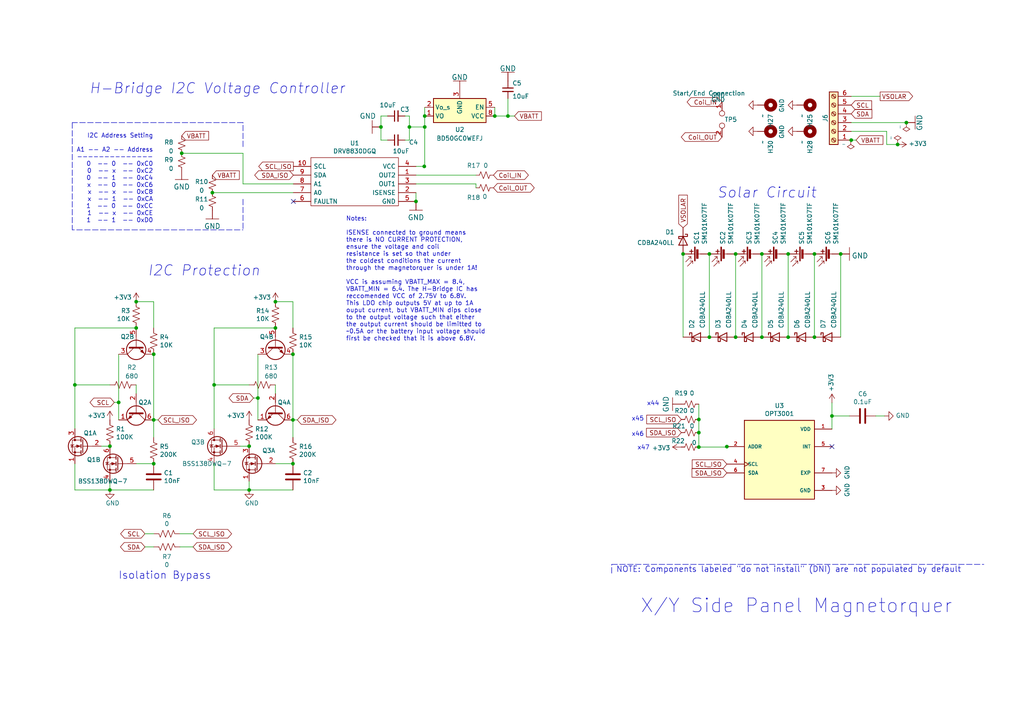
<source format=kicad_sch>
(kicad_sch (version 20211123) (generator eeschema)
  (paper "A4")
  (lib_symbols
    (symbol "Connector:Screw_Terminal_01x06" (pin_names (offset 1.016) hide)
      (property "Reference" "J" (at 0 7.62 0))
      (property "Value" "Screw_Terminal_01x06" (at 0 -10.16 0))
      (symbol "Screw_Terminal_01x06_1_1"
        (rectangle (start -1.27 6.35) (end 1.27 -8.89) (stroke (width 0.254)) (fill (type background)))
        (circle (center 0 -7.62) (radius 0.635) (stroke (width 0.1524)))
        (circle (center 0 -5.08) (radius 0.635) (stroke (width 0.1524)))
        (circle (center 0 -2.54) (radius 0.635) (stroke (width 0.1524)))
        (polyline (pts (xy -0.5334 -7.2898) (xy 0.3302 -8.128)) (stroke (width 0.1524)))
        (polyline (pts (xy -0.5334 -4.7498) (xy 0.3302 -5.588)) (stroke (width 0.1524)))
        (polyline (pts (xy -0.5334 -2.2098) (xy 0.3302 -3.048)) (stroke (width 0.1524)))
        (polyline (pts (xy -0.5334 0.3302) (xy 0.3302 -0.508)) (stroke (width 0.1524)))
        (polyline (pts (xy -0.5334 2.8702) (xy 0.3302 2.032)) (stroke (width 0.1524)))
        (polyline (pts (xy -0.5334 5.4102) (xy 0.3302 4.572)) (stroke (width 0.1524)))
        (polyline (pts (xy -0.3556 -7.112) (xy 0.508 -7.9502)) (stroke (width 0.1524)))
        (polyline (pts (xy -0.3556 -4.572) (xy 0.508 -5.4102)) (stroke (width 0.1524)))
        (polyline (pts (xy -0.3556 -2.032) (xy 0.508 -2.8702)) (stroke (width 0.1524)))
        (polyline (pts (xy -0.3556 0.508) (xy 0.508 -0.3302)) (stroke (width 0.1524)))
        (polyline (pts (xy -0.3556 3.048) (xy 0.508 2.2098)) (stroke (width 0.1524)))
        (polyline (pts (xy -0.3556 5.588) (xy 0.508 4.7498)) (stroke (width 0.1524)))
        (circle (center 0 0) (radius 0.635) (stroke (width 0.1524)))
        (circle (center 0 2.54) (radius 0.635) (stroke (width 0.1524)))
        (circle (center 0 5.08) (radius 0.635) (stroke (width 0.1524)))
        (pin passive line (at -5.08 5.08 0) (length 3.81) (name "Pin_1") (number "1"))
        (pin passive line (at -5.08 2.54 0) (length 3.81) (name "Pin_2") (number "2"))
        (pin passive line (at -5.08 0 0) (length 3.81) (name "Pin_3") (number "3"))
        (pin passive line (at -5.08 -2.54 0) (length 3.81) (name "Pin_4") (number "4"))
        (pin passive line (at -5.08 -5.08 0) (length 3.81) (name "Pin_5") (number "5"))
        (pin passive line (at -5.08 -7.62 0) (length 3.81) (name "Pin_6") (number "6"))
      )
    )
    (symbol "Connector:TestPoint_2Pole" (pin_names (offset 0.762) hide)
      (property "Reference" "TP" (at 0 1.524 0))
      (property "Value" "TestPoint_2Pole" (at 0 -1.778 0))
      (symbol "TestPoint_2Pole_0_1"
        (circle (center -1.778 0) (radius 0.762))
        (circle (center 1.778 0) (radius 0.762))
        (pin passive line (at -5.08 0 0) (length 2.54) (name "1") (number "1"))
        (pin passive line (at 5.08 0 180) (length 2.54) (name "2") (number "2"))
      )
    )
    (symbol "Device:C" (pin_numbers hide) (pin_names (offset 0.254))
      (property "Reference" "C" (at 0.635 2.54 0))
      (property "Value" "C" (at 0.635 -2.54 0))
      (symbol "C_0_1"
        (polyline (pts (xy -2.032 -0.762) (xy 2.032 -0.762)) (stroke (width 0.508)))
        (polyline (pts (xy -2.032 0.762) (xy 2.032 0.762)) (stroke (width 0.508)))
      )
      (symbol "C_1_1"
        (pin passive line (at 0 3.81 270) (length 2.794) (name "~") (number "1"))
        (pin passive line (at 0 -3.81 90) (length 2.794) (name "~") (number "2"))
      )
    )
    (symbol "Device:C_Small" (pin_numbers hide) (pin_names (offset 0.254) hide)
      (property "Reference" "C" (at 0.254 1.778 0))
      (property "Value" "C_Small" (at 0.254 -2.032 0))
      (symbol "C_Small_0_1"
        (polyline (pts (xy -1.524 -0.508) (xy 1.524 -0.508)) (stroke (width 0.3302)))
        (polyline (pts (xy -1.524 0.508) (xy 1.524 0.508)) (stroke (width 0.3048)))
      )
      (symbol "C_Small_1_1"
        (pin passive line (at 0 2.54 270) (length 2.032) (name "~") (number "1"))
        (pin passive line (at 0 -2.54 90) (length 2.032) (name "~") (number "2"))
      )
    )
    (symbol "Device:D_Schottky" (pin_numbers hide) (pin_names (offset 1.016) hide)
      (property "Reference" "D" (at 0 2.54 0))
      (property "Value" "D_Schottky" (at 0 -2.54 0))
      (symbol "D_Schottky_0_1"
        (polyline (pts (xy 1.27 0) (xy -1.27 0)))
        (polyline (pts (xy 1.27 1.27) (xy 1.27 -1.27) (xy -1.27 0) (xy 1.27 1.27)) (stroke (width 0.254)))
        (polyline (pts (xy -1.905 0.635) (xy -1.905 1.27) (xy -1.27 1.27) (xy -1.27 -1.27) (xy -0.635 -1.27) (xy -0.635 -0.635)) (stroke (width 0.254)))
      )
      (symbol "D_Schottky_1_1"
        (pin passive line (at -3.81 0 0) (length 2.54) (name "K") (number "1"))
        (pin passive line (at 3.81 0 180) (length 2.54) (name "A") (number "2"))
      )
    )
    (symbol "Device:R_Small_US" (pin_numbers hide) (pin_names (offset 0.254) hide)
      (property "Reference" "R" (at 0.762 0.508 0))
      (property "Value" "R_Small_US" (at 0.762 -1.016 0))
      (symbol "R_Small_US_1_1"
        (polyline (pts (xy 0 0) (xy 1.016 -0.381) (xy 0 -0.762) (xy -1.016 -1.143) (xy 0 -1.524)))
        (polyline (pts (xy 0 1.524) (xy 1.016 1.143) (xy 0 0.762) (xy -1.016 0.381) (xy 0 0)))
        (pin passive line (at 0 2.54 270) (length 1.016) (name "~") (number "1"))
        (pin passive line (at 0 -2.54 90) (length 1.016) (name "~") (number "2"))
      )
    )
    (symbol "Device:R_US" (pin_numbers hide) (pin_names (offset 0))
      (property "Reference" "R" (at 2.54 0 90))
      (property "Value" "R_US" (at -2.54 0 90))
      (symbol "R_US_0_1"
        (polyline (pts (xy 0 -2.286) (xy 0 -2.54)))
        (polyline (pts (xy 0 2.286) (xy 0 2.54)))
        (polyline (pts (xy 0 -0.762) (xy 1.016 -1.143) (xy 0 -1.524) (xy -1.016 -1.905) (xy 0 -2.286)))
        (polyline (pts (xy 0 0.762) (xy 1.016 0.381) (xy 0 0) (xy -1.016 -0.381) (xy 0 -0.762)))
        (polyline (pts (xy 0 2.286) (xy 1.016 1.905) (xy 0 1.524) (xy -1.016 1.143) (xy 0 0.762)))
      )
      (symbol "R_US_1_1"
        (pin passive line (at 0 3.81 270) (length 1.27) (name "~") (number "1"))
        (pin passive line (at 0 -3.81 90) (length 1.27) (name "~") (number "2"))
      )
    )
    (symbol "Device:Solar_Cell" (pin_numbers hide) (pin_names (offset 0) hide)
      (property "Reference" "SC" (at 2.54 2.54 0))
      (property "Value" "Solar_Cell" (at 2.54 0 0))
      (symbol "Solar_Cell_0_1"
        (rectangle (start -2.032 1.778) (end 2.032 1.524) (fill (type outline)))
        (rectangle (start -1.3208 1.1938) (end 1.27 0.6858) (fill (type outline)))
        (polyline (pts (xy -2.032 2.286) (xy -3.556 3.81)))
        (polyline (pts (xy -0.762 2.794) (xy -2.286 4.318)))
        (polyline (pts (xy 0 0.762) (xy 0 0)))
        (polyline (pts (xy 0 1.778) (xy 0 2.54)))
        (polyline (pts (xy 0.254 2.667) (xy 1.27 2.667)) (stroke (width 0.254)))
        (polyline (pts (xy 0.762 3.175) (xy 0.762 2.159)) (stroke (width 0.254)))
        (polyline (pts (xy -2.032 3.048) (xy -2.032 2.286) (xy -2.794 2.286)))
        (polyline (pts (xy -0.762 3.556) (xy -0.762 2.794) (xy -1.524 2.794)))
      )
      (symbol "Solar_Cell_1_1"
        (pin passive line (at 0 5.08 270) (length 2.54) (name "+") (number "1"))
        (pin passive line (at 0 -2.54 90) (length 2.54) (name "-") (number "2"))
      )
    )
    (symbol "Mechanical:MountingHole_Pad" (pin_numbers hide) (pin_names (offset 1.016) hide)
      (property "Reference" "H" (at 0 6.35 0))
      (property "Value" "MountingHole_Pad" (at 0 4.445 0))
      (symbol "MountingHole_Pad_0_1"
        (circle (center 0 1.27) (radius 1.27) (stroke (width 1.27)))
      )
      (symbol "MountingHole_Pad_1_1"
        (pin input line (at 0 -2.54 90) (length 2.54) (name "1") (number "1"))
      )
    )
    (symbol "Regulator_Linear:BD60GA5WEFJ"
      (property "Reference" "U" (at 0 6.35 0))
      (property "Value" "BD60GA5WEFJ" (at 0 3.81 0))
      (symbol "BD60GA5WEFJ_1_1"
        (rectangle (start -7.62 -5.08) (end 7.62 1.905) (stroke (width 0.254)) (fill (type background)))
        (pin power_out line (at 10.16 0 180) (length 2.54) (name "VO") (number "1"))
        (pin input line (at 10.16 -2.54 180) (length 2.54) (name "Vo_s") (number "2"))
        (pin power_in line (at 0 -7.62 90) (length 2.54) (name "GND") (number "3"))
        (pin passive line (at 0 -7.62 90) (length 2.54) hide (name "GND") (number "4"))
        (pin input line (at -10.16 -2.54 0) (length 2.54) (name "EN") (number "5"))
        (pin passive line (at 0 -7.62 90) (length 2.54) hide (name "GND") (number "6"))
        (pin passive line (at 0 -7.62 90) (length 2.54) hide (name "GND") (number "7"))
        (pin power_in line (at -10.16 0 0) (length 2.54) (name "VCC") (number "8"))
        (pin passive line (at 0 -7.62 90) (length 2.54) hide (name "GND") (number "9"))
      )
    )
    (symbol "Transistor_BJT:MBT2222ADW1T1" (pin_names (offset 0) hide)
      (property "Reference" "Q" (at 5.08 1.27 0))
      (property "Value" "MBT2222ADW1T1" (at 5.08 -1.27 0))
      (symbol "MBT2222ADW1T1_0_1"
        (polyline (pts (xy 0.635 0) (xy -2.54 0)))
        (polyline (pts (xy 0.635 0.635) (xy 2.54 2.54)))
        (polyline (pts (xy 0.635 -0.635) (xy 2.54 -2.54) (xy 2.54 -2.54)))
        (polyline (pts (xy 0.635 1.905) (xy 0.635 -1.905) (xy 0.635 -1.905)) (stroke (width 0.508)))
        (polyline (pts (xy 1.27 -1.778) (xy 1.778 -1.27) (xy 2.286 -2.286) (xy 1.27 -1.778) (xy 1.27 -1.778)) (fill (type outline)))
        (circle (center 1.27 0) (radius 2.8194) (stroke (width 0.254)))
      )
      (symbol "MBT2222ADW1T1_1_1"
        (pin passive line (at 2.54 -5.08 90) (length 2.54) (name "E1") (number "1"))
        (pin input line (at -5.08 0 0) (length 2.54) (name "B1") (number "2"))
        (pin passive line (at 2.54 5.08 270) (length 2.54) (name "C1") (number "6"))
      )
      (symbol "MBT2222ADW1T1_2_1"
        (pin passive line (at 2.54 5.08 270) (length 2.54) (name "C2") (number "3"))
        (pin passive line (at 2.54 -5.08 90) (length 2.54) (name "E2") (number "4"))
        (pin input line (at -5.08 0 0) (length 2.54) (name "B2") (number "5"))
      )
    )
    (symbol "mainboard:GND" (power) (pin_names (offset 1.016))
      (property "Value" "GND" (at -2.54 -2.54 0))
      (symbol "GND_1_0"
        (polyline (pts (xy -1.905 0) (xy 1.905 0)))
        (pin power_in line (at 0 2.54 270) (length 2.54) (name "GND") (number "1"))
      )
    )
    (symbol "power:+3.3V" (power) (pin_names (offset 0))
      (property "Value" "+3.3V" (at 0 3.556 0))
      (symbol "+3.3V_0_1"
        (polyline (pts (xy -0.762 1.27) (xy 0 2.54)))
        (polyline (pts (xy 0 0) (xy 0 2.54)))
        (polyline (pts (xy 0 2.54) (xy 0.762 1.27)))
      )
      (symbol "+3.3V_1_1"
        (pin power_in line (at 0 0 90) (length 0) hide (name "+3V3") (number "1"))
      )
    )
    (symbol "power:GND" (power) (pin_names (offset 0))
      (property "Value" "GND" (at 0 -3.81 0))
      (symbol "GND_0_1"
        (polyline (pts (xy 0 0) (xy 0 -1.27) (xy 1.27 -1.27) (xy 0 -2.54) (xy -1.27 -1.27) (xy 0 -1.27)))
      )
      (symbol "GND_1_1"
        (pin power_in line (at 0 0 270) (length 0) hide (name "GND") (number "1"))
      )
    )
    (symbol "power:PWR_FLAG" (power) (pin_numbers hide) (pin_names (offset 0) hide)
      (property "Value" "PWR_FLAG" (at 0 3.81 0))
      (symbol "PWR_FLAG_0_0"
        (pin power_out line (at 0 0 90) (length 0) (name "pwr") (number "1"))
      )
      (symbol "PWR_FLAG_0_1"
        (polyline (pts (xy 0 0) (xy 0 1.27) (xy -1.016 1.905) (xy 0 2.54) (xy 1.016 1.905) (xy 0 1.27)))
      )
    )
    (symbol "solar-panel-side-X-minus-rescue:OPT3001DNPT-sapling" (pin_names (offset 1.016))
      (property "Reference" "U" (at -10.16 13.97 0))
      (property "Value" "OPT3001DNPT-sapling" (at -6.35 -12.7 0))
      (symbol "OPT3001DNPT-sapling_0_0"
        (rectangle (start -10.16 -10.16) (end 10.16 12.7) (stroke (width 0.254)) (fill (type background)))
        (pin power_in line (at 15.24 10.16 180) (length 5.08) (name "VDD") (number "1"))
        (pin input line (at -15.24 5.08 0) (length 5.08) (name "ADDR") (number "2"))
        (pin power_in line (at 15.24 -7.62 180) (length 5.08) (name "GND") (number "3"))
        (pin input clock (at -15.24 0 0) (length 5.08) (name "SCL") (number "4"))
        (pin output line (at 15.24 5.08 180) (length 5.08) (name "INT") (number "5"))
        (pin bidirectional line (at -15.24 -2.54 0) (length 5.08) (name "SDA") (number "6"))
        (pin passive line (at 15.24 -2.54 180) (length 5.08) (name "EXP") (number "7"))
      )
    )
    (symbol "xpanel-rescue:BSS138DWQ-7-symbols" (pin_names (offset 0.762) hide)
      (property "Reference" "Q" (at -2.54 5.08 0))
      (property "Value" "BSS138DWQ-7-symbols" (at 3.81 6.35 0))
      (symbol "BSS138DWQ-7-symbols_1_1"
        (polyline (pts (xy -1.016 0) (xy -3.81 0)))
        (polyline (pts (xy -1.016 1.905) (xy -1.016 -1.905)) (stroke (width 0.254)))
        (polyline (pts (xy -0.508 -1.27) (xy -0.508 -2.286)) (stroke (width 0.254)))
        (polyline (pts (xy -0.508 0.508) (xy -0.508 -0.508)) (stroke (width 0.254)))
        (polyline (pts (xy -0.508 2.286) (xy -0.508 1.27)) (stroke (width 0.254)))
        (polyline (pts (xy 1.27 2.54) (xy 1.27 1.778)))
        (polyline (pts (xy 1.27 -2.54) (xy 1.27 0) (xy -0.508 0)))
        (polyline (pts (xy -0.508 -1.778) (xy 2.032 -1.778) (xy 2.032 1.778) (xy -0.508 1.778)))
        (polyline (pts (xy -0.254 0) (xy 0.762 0.381) (xy 0.762 -0.381) (xy -0.254 0)) (fill (type outline)))
        (polyline (pts (xy 1.524 0.508) (xy 1.651 0.381) (xy 2.413 0.381) (xy 2.54 0.254)))
        (polyline (pts (xy 2.032 0.381) (xy 1.651 -0.254) (xy 2.413 -0.254) (xy 2.032 0.381)))
        (circle (center 0.381 0) (radius 2.794) (stroke (width 0.254)))
        (circle (center 1.27 -1.778) (radius 0.254) (fill (type outline)))
        (circle (center 1.27 1.778) (radius 0.254) (fill (type outline)))
        (pin passive line (at 1.27 -5.08 90) (length 2.54) (name "S2") (number "1"))
        (pin input line (at -6.35 0 0) (length 2.54) (name "G2") (number "2"))
        (pin passive line (at 1.27 5.08 270) (length 2.54) (name "D1") (number "3"))
      )
      (symbol "BSS138DWQ-7-symbols_2_1"
        (polyline (pts (xy -1.016 0) (xy -3.81 0)))
        (polyline (pts (xy -1.016 1.905) (xy -1.016 -1.905)) (stroke (width 0.254)))
        (polyline (pts (xy -0.508 -1.27) (xy -0.508 -2.286)) (stroke (width 0.254)))
        (polyline (pts (xy -0.508 0.508) (xy -0.508 -0.508)) (stroke (width 0.254)))
        (polyline (pts (xy -0.508 2.286) (xy -0.508 1.27)) (stroke (width 0.254)))
        (polyline (pts (xy 1.27 2.54) (xy 1.27 1.778)))
        (polyline (pts (xy 1.27 -2.54) (xy 1.27 0) (xy -0.508 0)))
        (polyline (pts (xy -0.508 -1.778) (xy 2.032 -1.778) (xy 2.032 1.778) (xy -0.508 1.778)))
        (polyline (pts (xy -0.254 0) (xy 0.762 0.381) (xy 0.762 -0.381) (xy -0.254 0)) (fill (type outline)))
        (polyline (pts (xy 1.524 0.508) (xy 1.651 0.381) (xy 2.413 0.381) (xy 2.54 0.254)))
        (polyline (pts (xy 2.032 0.381) (xy 1.651 -0.254) (xy 2.413 -0.254) (xy 2.032 0.381)))
        (circle (center 0.381 0) (radius 2.794) (stroke (width 0.254)))
        (circle (center 1.27 -1.778) (radius 0.254) (fill (type outline)))
        (circle (center 1.27 1.778) (radius 0.254) (fill (type outline)))
        (pin passive line (at 1.27 -5.08 90) (length 2.54) (name "S1") (number "4"))
        (pin input line (at -6.35 0 0) (length 2.54) (name "G1") (number "5"))
        (pin passive line (at 1.27 5.08 270) (length 2.54) (name "D2") (number "6"))
      )
    )
    (symbol "xpanel-rescue:DRV8830DGQR-symbols" (pin_names (offset 0.762))
      (property "Reference" "U" (at 0 10.16 0))
      (property "Value" "DRV8830DGQR-symbols" (at -7.62 -7.62 0))
      (symbol "DRV8830DGQR-symbols_0_0"
        (pin output line (at -17.78 2.54 0) (length 5.08) (name "OUT2") (number "1"))
        (pin unspecified line (at 17.78 5.08 180) (length 5.08) (name "SCL") (number "10"))
        (pin unspecified line (at -17.78 -5.08 0) (length 5.08) hide (name "EP") (number "11"))
        (pin unspecified line (at -17.78 -2.54 0) (length 5.08) (name "ISENSE") (number "2"))
        (pin output line (at -17.78 0 0) (length 5.08) (name "OUT1") (number "3"))
        (pin power_in line (at -17.78 5.08 0) (length 5.08) (name "VCC") (number "4"))
        (pin power_in line (at -17.78 -5.08 0) (length 5.08) (name "GND") (number "5"))
        (pin unspecified line (at 17.78 -5.08 180) (length 5.08) (name "FAULTN") (number "6"))
        (pin unspecified line (at 17.78 -2.54 180) (length 5.08) (name "A0") (number "7"))
        (pin unspecified line (at 17.78 0 180) (length 5.08) (name "A1") (number "8"))
        (pin unspecified line (at 17.78 2.54 180) (length 5.08) (name "SDA") (number "9"))
      )
      (symbol "DRV8830DGQR-symbols_0_1"
        (rectangle (start -12.7 7.62) (end 12.7 -6.35))
      )
    )
  )
  (junction (at 84.963 121.793))
  (junction (at 241.3 120.65))
  (junction (at 123.19 36.83))
  (junction (at 74.803 115.443))
  (junction (at 84.963 102.743))
  (junction (at 84.963 134.493))
  (junction (at 202.692 129.667))
  (junction (at 243.84 73.66))
  (junction (at 236.22 73.66))
  (junction (at 79.883 95.123))
  (junction (at 202.692 121.666))
  (junction (at 39.497 95.123))
  (junction (at 210.82 129.54))
  (junction (at 213.36 97.79))
  (junction (at 31.877 129.413))
  (junction (at 118.745 36.83))
  (junction (at 120.65 58.42))
  (junction (at 44.577 121.793))
  (junction (at 123.19 33.655))
  (junction (at 110.49 36.83))
  (junction (at 147.32 33.655))
  (junction (at 213.36 73.66))
  (junction (at 228.6 73.66))
  (junction (at 246.888 40.64))
  (junction (at 143.51 33.655))
  (junction (at 205.74 97.79))
  (junction (at 198.12 73.66))
  (junction (at 39.497 87.503))
  (junction (at 61.595 55.88))
  (junction (at 262.89 35.56))
  (junction (at 44.577 134.493))
  (junction (at 21.717 111.633))
  (junction (at 202.692 125.476))
  (junction (at 228.6 97.79))
  (junction (at 260.35 41.91))
  (junction (at 62.103 111.633))
  (junction (at 72.263 129.413))
  (junction (at 79.883 87.503))
  (junction (at 220.98 97.79))
  (junction (at 205.74 73.66))
  (junction (at 123.063 48.26))
  (junction (at 31.877 142.113))
  (junction (at 236.22 97.79))
  (junction (at 44.577 102.743))
  (junction (at 220.98 73.66))
  (junction (at 34.417 116.713))
  (junction (at 52.705 44.45))
  (junction (at 72.263 142.113))
  (no_connect (at 241.3 129.54))
  (no_connect (at 85.09 58.42))
  (wire (pts (xy 205.74 97.79) (xy 205.74 73.66)))
  (wire (pts (xy 147.32 28.575) (xy 147.32 33.655)))
  (wire (pts (xy 118.745 36.83) (xy 118.745 33.655)))
  (wire (pts (xy 85.09 53.34) (xy 70.485 53.34)))
  (wire (pts (xy 31.877 142.113) (xy 44.577 142.113)))
  (wire (pts (xy 123.19 33.655) (xy 123.19 36.83)))
  (wire (pts (xy 118.745 40.64) (xy 117.475 40.64)))
  (wire (pts (xy 86.233 121.793) (xy 84.963 121.793)))
  (wire (pts (xy 147.32 33.655) (xy 149.225 33.655)))
  (wire (pts (xy 202.692 117.221) (xy 202.692 121.666)))
  (wire (pts (xy 31.877 129.413) (xy 29.337 129.413)))
  (wire (pts (xy 118.745 33.655) (xy 117.475 33.655)))
  (wire (pts (xy 44.577 102.743) (xy 44.577 121.793)))
  (wire (pts (xy 123.19 36.83) (xy 123.19 48.26)))
  (wire (pts (xy 257.175 38.1) (xy 246.888 38.1)))
  (wire (pts (xy 120.65 50.8) (xy 138.049 50.8)))
  (wire (pts (xy 34.417 116.713) (xy 34.417 121.793)))
  (wire (pts (xy 74.803 115.443) (xy 74.803 121.793)))
  (wire (pts (xy 262.89 35.56) (xy 246.888 35.56)))
  (polyline (pts (xy 20.955 35.56) (xy 20.955 66.675)))
  (wire (pts (xy 62.103 134.493) (xy 62.103 142.113)))
  (wire (pts (xy 70.485 44.45) (xy 52.705 44.45)))
  (wire (pts (xy 202.692 125.476) (xy 202.692 129.667)))
  (wire (pts (xy 254 120.65) (xy 256.54 120.65)))
  (wire (pts (xy 39.497 114.173) (xy 39.497 111.633)))
  (wire (pts (xy 31.877 142.113) (xy 31.877 139.573)))
  (wire (pts (xy 110.49 36.83) (xy 110.49 40.64)))
  (wire (pts (xy 123.19 31.115) (xy 123.19 33.655)))
  (wire (pts (xy 84.963 87.503) (xy 79.883 87.503)))
  (wire (pts (xy 241.3 120.65) (xy 241.3 116.84)))
  (wire (pts (xy 56.007 154.813) (xy 52.197 154.813)))
  (wire (pts (xy 39.497 134.493) (xy 44.577 134.493)))
  (wire (pts (xy 62.103 142.113) (xy 72.263 142.113)))
  (polyline (pts (xy 70.485 57.785) (xy 70.485 66.675)))
  (wire (pts (xy 120.65 53.34) (xy 138.049 53.34)))
  (wire (pts (xy 44.577 126.873) (xy 44.577 121.793)))
  (wire (pts (xy 123.063 48.26) (xy 120.65 48.26)))
  (wire (pts (xy 138.049 53.34) (xy 138.049 54.483)))
  (wire (pts (xy 62.103 111.633) (xy 62.103 95.123)))
  (wire (pts (xy 73.533 115.443) (xy 74.803 115.443)))
  (wire (pts (xy 84.963 142.113) (xy 72.263 142.113)))
  (wire (pts (xy 236.22 97.79) (xy 236.22 73.66)))
  (wire (pts (xy 45.847 121.793) (xy 44.577 121.793)))
  (wire (pts (xy 248.285 40.64) (xy 246.888 40.64)))
  (wire (pts (xy 241.3 124.46) (xy 241.3 120.65)))
  (polyline (pts (xy 20.955 66.675) (xy 21.59 66.675)))
  (wire (pts (xy 74.803 102.743) (xy 74.803 115.443)))
  (wire (pts (xy 84.963 126.873) (xy 84.963 121.793)))
  (wire (pts (xy 44.577 87.503) (xy 39.497 87.503)))
  (wire (pts (xy 62.103 124.333) (xy 62.103 111.633)))
  (wire (pts (xy 33.147 116.713) (xy 34.417 116.713)))
  (wire (pts (xy 143.51 33.655) (xy 147.32 33.655)))
  (wire (pts (xy 21.717 124.333) (xy 21.717 111.633)))
  (wire (pts (xy 228.6 97.79) (xy 228.6 73.66)))
  (wire (pts (xy 112.395 33.655) (xy 110.49 33.655)))
  (polyline (pts (xy 177.419 163.703) (xy 285.369 163.703)))
  (wire (pts (xy 21.717 95.123) (xy 39.497 95.123)))
  (polyline (pts (xy 22.225 66.675) (xy 70.485 66.675)))
  (wire (pts (xy 198.12 97.79) (xy 198.12 73.66)))
  (wire (pts (xy 213.36 97.79) (xy 213.36 73.66)))
  (wire (pts (xy 44.577 154.813) (xy 42.037 154.813)))
  (wire (pts (xy 260.35 41.91) (xy 257.175 41.91)))
  (wire (pts (xy 56.007 158.623) (xy 52.197 158.623)))
  (wire (pts (xy 220.98 97.79) (xy 220.98 73.66)))
  (wire (pts (xy 62.103 95.123) (xy 79.883 95.123)))
  (wire (pts (xy 72.263 129.413) (xy 69.723 129.413)))
  (wire (pts (xy 118.745 36.83) (xy 118.745 40.64)))
  (wire (pts (xy 84.963 102.743) (xy 84.963 121.793)))
  (wire (pts (xy 210.82 129.667) (xy 210.82 129.54)))
  (wire (pts (xy 61.595 55.88) (xy 85.09 55.88)))
  (wire (pts (xy 70.485 53.34) (xy 70.485 44.45)))
  (wire (pts (xy 34.417 102.743) (xy 34.417 116.713)))
  (wire (pts (xy 21.717 134.493) (xy 21.717 142.113)))
  (wire (pts (xy 143.51 31.115) (xy 143.51 33.655)))
  (wire (pts (xy 257.175 41.91) (xy 257.175 38.1)))
  (wire (pts (xy 72.263 111.633) (xy 62.103 111.633)))
  (wire (pts (xy 112.395 40.64) (xy 110.49 40.64)))
  (wire (pts (xy 246.888 27.94) (xy 255.27 27.94)))
  (wire (pts (xy 110.49 33.655) (xy 110.49 36.83)))
  (polyline (pts (xy 177.419 166.243) (xy 177.419 163.703)))
  (wire (pts (xy 243.84 97.79) (xy 243.84 73.66)))
  (wire (pts (xy 120.65 55.88) (xy 120.65 58.42)))
  (wire (pts (xy 31.877 111.633) (xy 21.717 111.633)))
  (wire (pts (xy 72.263 142.113) (xy 72.263 139.573)))
  (polyline (pts (xy 70.485 35.56) (xy 20.955 35.56)))
  (wire (pts (xy 79.883 134.493) (xy 84.963 134.493)))
  (wire (pts (xy 202.692 129.667) (xy 210.82 129.667)))
  (wire (pts (xy 21.717 142.113) (xy 31.877 142.113)))
  (wire (pts (xy 202.692 121.666) (xy 202.692 125.476)))
  (wire (pts (xy 84.963 95.123) (xy 84.963 87.503)))
  (wire (pts (xy 44.577 158.623) (xy 42.037 158.623)))
  (wire (pts (xy 246.38 120.65) (xy 241.3 120.65)))
  (polyline (pts (xy 70.485 42.545) (xy 70.485 35.56)))
  (wire (pts (xy 123.19 48.26) (xy 123.063 48.26)))
  (wire (pts (xy 44.577 95.123) (xy 44.577 87.503)))
  (wire (pts (xy 118.745 36.83) (xy 123.19 36.83)))
  (wire (pts (xy 21.717 95.123) (xy 21.717 111.633)))
  (wire (pts (xy 246.888 40.64) (xy 246.761 40.64)))
  (wire (pts (xy 79.883 114.173) (xy 79.883 111.633)))
  (text "x47\n" (at 188.468 130.683 180) (effects (font (size 1.27 1.27)) (justify right bottom)))
  (text "I2C Protection" (at 75.565 80.391 180) (effects (font (size 3 3) italic) (justify right bottom)))
  (text "H-Bridge I2C Voltage Controller" (at 100.203 27.559 180) (effects (font (size 3 3) italic) (justify right bottom)))
  (text "Isolation Bypass" (at 61.341 168.275 180) (effects (font (size 2.159 2.159)) (justify right bottom)))
  (text "x44" (at 191.262 117.856 180) (effects (font (size 1.27 1.27)) (justify right bottom)))
  (text "Notes: \n\nISENSE connected to ground means\nthere is NO CURRENT PROTECTION, \nensure the voltage and coil\nresistance is set so that under\nthe coldest conditions the current\nthrough the magnetorquer is under 1A!\n\nVCC is assuming VBATT_MAX = 8.4, \nVBATT_MIN = 6.4. The H-Bridge IC has\nreccomended VCC of 2.75V to 6.8V. \nThis LDO chip outputs 5V at up to 1A\nouput current, but VBATT_MIN dips close\nto the output voltage such that either \nthe output current should be limitted to\n~0.5A or the battery input voltage should\nfirst be checked that it is above 6.8V." (at 100.33 99.06 0) (effects (font (size 1.27 1.27)) (justify left bottom)))
  (text "X/Y Side Panel Magnetorquer" (at 185.674 178.181 0) (effects (font (size 4 4)) (justify left bottom)))
  (text "x46\n" (at 186.817 126.746 180) (effects (font (size 1.27 1.27)) (justify right bottom)))
  (text "NOTE: Components labeled \"do not install\" (DNI) are not populated by default" (at 178.689 166.243 0) (effects (font (size 1.651 1.651)) (justify left bottom)))
  (text "x45" (at 186.817 122.301 180) (effects (font (size 1.27 1.27)) (justify right bottom)))
  (text "I2C Address Setting\n\nA1 -- A2 -- Address\n--------------\n0  -- 0  -- 0xC0\n0  -- x  -- 0xC2\n0  -- 1  -- 0xC4\nx  -- 0  -- 0xC6\nx  -- x  -- 0xC8\nx  -- 1  -- 0xCA\n1  -- 0  -- 0xCC\n1  -- x  -- 0xCE\n1  -- 1  -- 0xD0" (at 44.45 64.77 0) (effects (font (size 1.27 1.27)) (justify right bottom)))
  (text "Solar Circuit" (at 236.855 57.785 180) (effects (font (size 3 3) italic) (justify right bottom)))
  (global_label "VSOLAR" (shape output) (at 255.27 27.94 0) (property "Intersheet References" "${INTERSHEET_REFS}" (effects hide)))
  (global_label "Coil_IN" (shape bidirectional) (at 209.423 29.591 180) (property "Intersheet References" "${INTERSHEET_REFS}" (effects hide)))
  (global_label "VSOLAR" (shape input) (at 198.12 66.04 90) (property "Intersheet References" "${INTERSHEET_REFS}" (effects hide)))
  (global_label "SCL" (shape input) (at 246.888 30.48 0) (property "Intersheet References" "${INTERSHEET_REFS}" (effects hide)))
  (global_label "Coil_OUT" (shape bidirectional) (at 143.129 54.483 0) (property "Intersheet References" "${INTERSHEET_REFS}" (effects hide)))
  (global_label "SDA_ISO" (shape bidirectional) (at 56.007 158.623 0) (property "Intersheet References" "${INTERSHEET_REFS}" (effects hide)))
  (global_label "VBATT" (shape input) (at 61.595 50.8 0) (property "Intersheet References" "${INTERSHEET_REFS}" (effects hide)))
  (global_label "VBATT" (shape input) (at 52.705 39.37 0) (property "Intersheet References" "${INTERSHEET_REFS}" (effects hide)))
  (global_label "SCL_ISO" (shape output) (at 85.09 48.26 180) (property "Intersheet References" "${INTERSHEET_REFS}" (effects hide)))
  (global_label "SDA" (shape bidirectional) (at 42.037 158.623 180) (property "Intersheet References" "${INTERSHEET_REFS}" (effects hide)))
  (global_label "SDA_ISO" (shape bidirectional) (at 86.233 121.793 0) (property "Intersheet References" "${INTERSHEET_REFS}" (effects hide)))
  (global_label "SDA_ISO" (shape bidirectional) (at 85.09 50.8 180) (property "Intersheet References" "${INTERSHEET_REFS}" (effects hide)))
  (global_label "SDA" (shape input) (at 246.888 33.02 0) (property "Intersheet References" "${INTERSHEET_REFS}" (effects hide)))
  (global_label "SDA_ISO" (shape input) (at 197.612 125.476 180) (property "Intersheet References" "${INTERSHEET_REFS}" (effects hide)))
  (global_label "SDA" (shape bidirectional) (at 73.533 115.443 180) (property "Intersheet References" "${INTERSHEET_REFS}" (effects hide)))
  (global_label "VBATT" (shape input) (at 149.225 33.655 0) (property "Intersheet References" "${INTERSHEET_REFS}" (effects hide)))
  (global_label "SCL_ISO" (shape bidirectional) (at 45.847 121.793 0) (property "Intersheet References" "${INTERSHEET_REFS}" (effects hide)))
  (global_label "SCL" (shape bidirectional) (at 42.037 154.813 180) (property "Intersheet References" "${INTERSHEET_REFS}" (effects hide)))
  (global_label "Coil_OUT" (shape bidirectional) (at 209.423 39.751 180) (property "Intersheet References" "${INTERSHEET_REFS}" (effects hide)))
  (global_label "SCL" (shape bidirectional) (at 33.147 116.713 180) (property "Intersheet References" "${INTERSHEET_REFS}" (effects hide)))
  (global_label "SCL_ISO" (shape input) (at 210.82 134.62 180) (property "Intersheet References" "${INTERSHEET_REFS}" (effects hide)))
  (global_label "VBATT" (shape input) (at 248.285 40.64 0) (property "Intersheet References" "${INTERSHEET_REFS}" (effects hide)))
  (global_label "SDA_ISO" (shape input) (at 210.82 137.16 180) (property "Intersheet References" "${INTERSHEET_REFS}" (effects hide)))
  (global_label "SCL_ISO" (shape input) (at 197.612 121.666 180) (property "Intersheet References" "${INTERSHEET_REFS}" (effects hide)))
  (global_label "Coil_IN" (shape bidirectional) (at 143.129 50.8 0) (property "Intersheet References" "${INTERSHEET_REFS}" (effects hide)))
  (global_label "SCL_ISO" (shape bidirectional) (at 56.007 154.813 0) (property "Intersheet References" "${INTERSHEET_REFS}" (effects hide)))
  (symbol (lib_id "Device:D_Schottky") (at 201.93 97.79 0) (unit 1)
    (property "Reference" "D2" (at 200.66 93.98 90))
    (property "Value" "CDBA240LL" (at 204.47 84.455 90) (effects (justify right bottom)))
    (property "Footprint" "panels:DO-214AC" (effects hide))
  )
  (symbol (lib_id "solar-panel-side-X-minus-rescue:OPT3001DNPT-sapling") (at 226.06 134.62 0) (unit 1)
    (property "Reference" "U3" (at 226.06 117.6782 0))
    (property "Value" "OPT3001" (at 226.06 119.9896 0))
    (property "Footprint" "panels:OPT3001" (effects hide))
    (property "STANDARD" "IPC 7351B" (effects hide))
  )
  (symbol (lib_id "Device:C") (at 250.19 120.65 90) (unit 1)
    (property "Reference" "C6" (at 250.19 114.2492 90))
    (property "Value" "0.1uF" (at 250.19 116.5606 90))
    (property "Footprint" "Capacitor_SMD:C_0603_1608Metric" (effects hide))
  )
  (symbol (lib_id "power:GND") (at 241.3 137.16 90) (unit 1)
    (property "Reference" "#PWR011" (effects hide))
    (property "Value" "~" (at 245.6942 137.033 0))
  )
  (symbol (lib_id "Device:Solar_Cell") (at 203.2 73.66 90) (unit 1)
    (property "Reference" "SC1" (at 202.0316 70.9168 0) (effects (justify left)))
    (property "Value" "SM101K07TF" (at 204.343 70.9168 0) (effects (justify left)))
    (property "Footprint" "panels:SM101K07TF" (effects hide))
  )
  (symbol (lib_id "power:GND") (at 256.54 120.65 90) (unit 1)
    (property "Reference" "#PWR016" (effects hide))
    (property "Value" "~" (at 259.7912 120.523 90) (effects (justify right)))
  )
  (symbol (lib_id "power:GND") (at 241.3 142.24 90) (unit 1)
    (property "Reference" "#PWR012" (effects hide))
    (property "Value" "~" (at 245.6942 142.113 0))
  )
  (symbol (lib_id "Device:R_Small_US") (at 200.152 117.221 90) (unit 1)
    (property "Reference" "R19" (at 199.517 114.046 90) (effects (justify left)))
    (property "Value" "0" (at 201.422 114.046 90) (effects (justify left)))
    (property "Footprint" "Resistor_SMD:R_0603_1608Metric" (effects hide))
  )
  (symbol (lib_id "Device:C") (at 84.963 138.303 0) (unit 1)
    (property "Reference" "C2" (at 87.884 137.16 0) (effects (justify left)))
    (property "Value" "10nF" (at 87.884 139.446 0) (effects (justify left)))
    (property "Footprint" "Capacitor_SMD:C_0603_1608Metric" (effects hide))
  )
  (symbol (lib_id "power:+3.3V") (at 241.3 116.84 0) (unit 1)
    (property "Reference" "#PWR010" (effects hide))
    (property "Value" "+3.3V" (at 241.046 110.998 90))
  )
  (symbol (lib_id "Device:R_Small_US") (at 200.152 125.476 90) (unit 1)
    (property "Reference" "R21" (at 198.882 123.571 90) (effects (justify left)))
    (property "Value" "0" (at 201.422 123.571 90) (effects (justify left)))
    (property "Footprint" "Resistor_SMD:R_0603_1608Metric" (effects hide))
  )
  (symbol (lib_id "Device:R_US") (at 84.963 130.683 180) (unit 1)
    (property "Reference" "R16" (at 86.6902 129.5146 0) (effects (justify right)))
    (property "Value" "200K" (at 86.6902 131.826 0) (effects (justify right)))
    (property "Footprint" "Resistor_SMD:R_0603_1608Metric" (effects hide))
  )
  (symbol (lib_id "Device:C_Small") (at 114.935 33.655 90) (unit 1)
    (property "Reference" "C3" (at 118.745 31.75 90) (effects (justify left)))
    (property "Value" "10uF" (at 114.935 30.48 90) (effects (justify left)))
    (property "Footprint" "Capacitor_SMD:C_1206_3216Metric" (effects hide))
    (property "Datasheet" "https://media.digikey.com/pdf/Data%20Sheets/Samsung%20PDFs/CL31B106KAHNFNE_Spec.pdf" (effects hide))
  )
  (symbol (lib_id "Device:R_Small_US") (at 200.152 121.666 90) (unit 1)
    (property "Reference" "R20" (at 199.517 119.126 90) (effects (justify left)))
    (property "Value" "0" (at 201.422 119.126 90) (effects (justify left)))
    (property "Footprint" "Resistor_SMD:R_0603_1608Metric" (effects hide))
  )
  (symbol (lib_id "Device:R_Small_US") (at 140.589 50.8 90) (unit 1)
    (property "Reference" "R17" (at 139.319 48.006 90) (effects (justify left)))
    (property "Value" "0" (at 141.605 48.006 90) (effects (justify left)))
    (property "Footprint" "Resistor_SMD:R_0603_1608Metric" (effects hide))
  )
  (symbol (lib_id "power:+3.3V") (at 72.263 121.793 0) (mirror y) (unit 1)
    (property "Reference" "#PWR06" (effects hide))
    (property "Value" "+3.3V" (at 70.993 120.523 0) (effects (justify left)))
  )
  (symbol (lib_id "Device:D_Schottky") (at 209.55 97.79 0) (unit 1)
    (property "Reference" "D3" (at 208.28 93.98 90))
    (property "Value" "CDBA240LL" (at 212.09 84.455 90) (effects (justify right bottom)))
    (property "Footprint" "panels:DO-214AC" (effects hide))
  )
  (symbol (lib_id "Mechanical:MountingHole_Pad") (at 233.68 38.1 270) (unit 1)
    (property "Reference" "H28" (at 234.9246 40.64 0) (effects (justify left)))
    (property "Value" "~" (at 232.6132 40.64 0) (effects (justify left)))
    (property "Footprint" "MountingHole:MountingHole_2.2mm_M2_DIN965_Pad_TopBottom" (effects hide))
  )
  (symbol (lib_id "power:GND") (at 31.877 142.113 0) (mirror y) (unit 1)
    (property "Reference" "#PWR02" (effects hide))
    (property "Value" "GND" (at 30.607 145.923 0) (effects (justify right)))
  )
  (symbol (lib_id "Device:C_Small") (at 114.935 40.64 90) (unit 1)
    (property "Reference" "C4" (at 121.285 41.275 90) (effects (justify left)))
    (property "Value" "10uF" (at 118.745 43.815 90) (effects (justify left)))
    (property "Footprint" "Capacitor_SMD:C_1206_3216Metric" (effects hide))
    (property "Datasheet" "https://media.digikey.com/pdf/Data%20Sheets/Samsung%20PDFs/CL31B106KAHNFNE_Spec.pdf" (effects hide))
  )
  (symbol (lib_id "power:+3.3V") (at 31.877 121.793 0) (mirror y) (unit 1)
    (property "Reference" "#PWR01" (effects hide))
    (property "Value" "+3.3V" (at 30.607 120.523 0) (effects (justify left)))
  )
  (symbol (lib_id "xpanel-rescue:BSS138DWQ-7-symbols") (at 73.533 134.493 0) (mirror y) (unit 1)
    (property "Reference" "Q3" (at 79.883 130.683 0) (effects (justify left)))
    (property "Value" "BSS138DWQ-7" (effects hide))
    (property "Footprint" "panels:BSS138DWQ-7" (effects hide))
    (property "Datasheet" "https://www.diodes.com/assets/Datasheets/BSS138DWQ.pdf" (effects hide))
    (property "Description" "MOSFET BSS Family" (effects hide))
    (property "Height" "1.1" (effects hide))
    (property "Manufacturer_Name" "Diodes Inc." (effects hide))
    (property "Manufacturer_Part_Number" "BSS138DWQ-7" (effects hide))
    (property "Mouser Part Number" "621-BSS138DWQ-7" (effects hide))
    (property "Mouser Price/Stock" "https://www.mouser.co.uk/ProductDetail/Diodes-Incorporated/BSS138DWQ-7?qs=nJRy1mI8RR9wz3YdMQOQIA%3D%3D" (effects hide))
  )
  (symbol (lib_id "Device:R_US") (at 48.387 158.623 90) (mirror x) (unit 1)
    (property "Reference" "R7" (at 48.387 161.4932 90))
    (property "Value" "0" (at 48.387 163.8046 90))
    (property "Footprint" "Resistor_SMD:R_0603_1608Metric" (effects hide))
  )
  (symbol (lib_id "mainboard:GND") (at 246.38 73.66 90) (unit 1)
    (property "Reference" "#GND07" (effects hide))
    (property "Value" "GND" (at 247.015 74.1718 90) (effects (font (size 1.4986 1.4986)) (justify right)))
  )
  (symbol (lib_id "mainboard:GND") (at 195.072 117.221 270) (unit 1)
    (property "Reference" "#GND08" (effects hide))
    (property "Value" "GND" (at 193.167 117.221 0) (effects (font (size 1.4986 1.4986))))
  )
  (symbol (lib_id "Device:R_Small_US") (at 140.589 54.483 90) (unit 1)
    (property "Reference" "R18" (at 139.319 57.277 90) (effects (justify left)))
    (property "Value" "0" (at 141.351 57.023 90) (effects (justify left)))
    (property "Footprint" "Resistor_SMD:R_0603_1608Metric" (effects hide))
  )
  (symbol (lib_id "mainboard:GND") (at 133.35 23.495 180) (unit 1)
    (property "Reference" "#GND05" (effects hide))
    (property "Value" "GND" (at 133.35 22.4098 0) (effects (font (size 1.4986 1.4986))))
  )
  (symbol (lib_id "Transistor_BJT:MBT2222ADW1T1") (at 79.883 119.253 270) (unit 1)
    (property "Reference" "Q4" (at 82.423 116.713 90))
    (property "Value" "MBT2222ADW1T1" (effects hide))
    (property "Footprint" "Package_TO_SOT_SMD:SOT-363_SC-70-6" (effects hide))
    (property "Datasheet" "http://www.onsemi.com/pub_link/Collateral/MBT2222ADW1T1-D.PDF" (effects hide))
  )
  (symbol (lib_id "Device:C") (at 44.577 138.303 0) (unit 1)
    (property "Reference" "C1" (at 47.498 137.16 0) (effects (justify left)))
    (property "Value" "10nF" (at 47.498 139.446 0) (effects (justify left)))
    (property "Footprint" "Capacitor_SMD:C_0603_1608Metric" (effects hide))
  )
  (symbol (lib_id "mainboard:GND") (at 120.65 60.96 0) (unit 1)
    (property "Reference" "#GND04" (effects hide))
    (property "Value" "GND" (at 120.65 63.0688 0) (effects (font (size 1.4986 1.4986))))
  )
  (symbol (lib_id "power:GND") (at 231.14 30.48 270) (unit 1)
    (property "Reference" "#PWR013" (effects hide))
    (property "Value" "~" (at 226.7458 30.607 0))
  )
  (symbol (lib_id "Device:Solar_Cell") (at 210.82 73.66 90) (unit 1)
    (property "Reference" "SC2" (at 209.6516 70.9168 0) (effects (justify left)))
    (property "Value" "SM101K07TF" (at 211.963 70.9168 0) (effects (justify left)))
    (property "Footprint" "panels:SM101K07TF" (effects hide))
  )
  (symbol (lib_id "Device:R_US") (at 35.687 111.633 90) (unit 1)
    (property "Reference" "R2" (at 38.227 106.553 90))
    (property "Value" "680" (at 38.227 109.093 90))
    (property "Footprint" "Resistor_SMD:R_0603_1608Metric" (effects hide))
  )
  (symbol (lib_id "xpanel-rescue:DRV8830DGQR-symbols") (at 102.87 53.34 0) (mirror y) (unit 1)
    (property "Reference" "U1" (at 102.87 41.529 0))
    (property "Value" "DRV8830DGQ" (at 102.87 43.8404 0))
    (property "Footprint" "panels:DRV8830DGQ" (effects hide))
    (property "Datasheet" "http://www.ti.com/lit/ds/symlink/drv8830.pdf" (effects hide))
    (property "Description" "DRV8830DGQR, Motor Driver, 1A Low Voltage Motor Driver, 2.75 to 6.8V, 10-Pin MSOP PowerPAD" (effects hide))
    (property "Height" "1.1" (effects hide))
    (property "Manufacturer_Name" "Texas Instruments" (effects hide))
    (property "Manufacturer_Part_Number" "DRV8830DGQR" (effects hide))
    (property "Mouser Part Number" "595-DRV8830DGQR" (effects hide))
    (property "Mouser Price/Stock" "https://www.mouser.com/Search/Refine.aspx?Keyword=595-DRV8830DGQR" (effects hide))
    (property "RS Part Number" "7300559P" (effects hide))
    (property "RS Price/Stock" "http://uk.rs-online.com/web/p/products/7300559P" (effects hide))
  )
  (symbol (lib_id "Mechanical:MountingHole_Pad") (at 222.25 30.48 270) (unit 1)
    (property "Reference" "H27" (at 223.4946 33.02 0) (effects (justify left)))
    (property "Value" "~" (at 221.1832 33.02 0) (effects (justify left)))
    (property "Footprint" "MountingHole:MountingHole_2.2mm_M2_DIN965_Pad_TopBottom" (effects hide))
  )
  (symbol (lib_id "Device:R_US") (at 84.963 98.933 180) (unit 1)
    (property "Reference" "R15" (at 86.6902 97.7646 0) (effects (justify right)))
    (property "Value" "10K" (at 86.6902 100.076 0) (effects (justify right)))
    (property "Footprint" "Resistor_SMD:R_0603_1608Metric" (effects hide))
  )
  (symbol (lib_id "Device:R_US") (at 48.387 154.813 90) (mirror x) (unit 1)
    (property "Reference" "R6" (at 48.387 149.606 90))
    (property "Value" "0" (at 48.387 151.9174 90))
    (property "Footprint" "Resistor_SMD:R_0603_1608Metric" (effects hide))
  )
  (symbol (lib_id "Transistor_BJT:MBT2222ADW1T1") (at 39.497 119.253 270) (unit 1)
    (property "Reference" "Q2" (at 42.037 116.713 90))
    (property "Value" "MBT2222ADW1T1" (effects hide))
    (property "Footprint" "Package_TO_SOT_SMD:SOT-363_SC-70-6" (effects hide))
    (property "Datasheet" "http://www.onsemi.com/pub_link/Collateral/MBT2222ADW1T1-D.PDF" (effects hide))
  )
  (symbol (lib_id "Device:R_US") (at 79.883 91.313 0) (unit 1)
    (property "Reference" "R14" (at 78.1558 90.1446 0) (effects (justify right)))
    (property "Value" "10K" (at 78.1558 92.456 0) (effects (justify right)))
    (property "Footprint" "Resistor_SMD:R_0603_1608Metric" (effects hide))
  )
  (symbol (lib_id "Device:R_US") (at 44.577 98.933 180) (unit 1)
    (property "Reference" "R4" (at 46.3042 97.7646 0) (effects (justify right)))
    (property "Value" "10K" (at 46.3042 100.076 0) (effects (justify right)))
    (property "Footprint" "Resistor_SMD:R_0603_1608Metric" (effects hide))
  )
  (symbol (lib_id "Device:R_US") (at 39.497 91.313 0) (unit 1)
    (property "Reference" "R3" (at 37.7698 90.1446 0) (effects (justify right)))
    (property "Value" "10K" (at 37.7698 92.456 0) (effects (justify right)))
    (property "Footprint" "Resistor_SMD:R_0603_1608Metric" (effects hide))
  )
  (symbol (lib_id "Device:D_Schottky") (at 232.41 97.79 0) (unit 1)
    (property "Reference" "D6" (at 231.14 93.98 90))
    (property "Value" "CDBA240LL" (at 234.95 84.455 90) (effects (justify right bottom)))
    (property "Footprint" "panels:DO-214AC" (effects hide))
  )
  (symbol (lib_id "Mechanical:MountingHole_Pad") (at 233.68 30.48 270) (unit 1)
    (property "Reference" "H25" (at 234.9246 33.02 0) (effects (justify left)))
    (property "Value" "~" (at 232.6132 33.02 0) (effects (justify left)))
    (property "Footprint" "MountingHole:MountingHole_2.2mm_M2_DIN965_Pad_TopBottom" (effects hide))
  )
  (symbol (lib_id "xpanel-rescue:BSS138DWQ-7-symbols") (at 63.373 129.413 0) (mirror y) (unit 2)
    (property "Reference" "Q3" (at 59.436 128.2446 0) (effects (justify left)))
    (property "Value" "BSS138DWQ-7" (at 67.183 134.493 0) (effects (justify left)))
    (property "Footprint" "panels:BSS138DWQ-7" (effects hide))
    (property "Datasheet" "https://www.diodes.com/assets/Datasheets/BSS138DWQ.pdf" (effects hide))
    (property "Description" "MOSFET BSS Family" (effects hide))
    (property "Height" "1.1" (effects hide))
    (property "Manufacturer_Name" "Diodes Inc." (effects hide))
    (property "Manufacturer_Part_Number" "BSS138DWQ-7" (effects hide))
    (property "Mouser Part Number" "621-BSS138DWQ-7" (effects hide))
    (property "Mouser Price/Stock" "https://www.mouser.co.uk/ProductDetail/Diodes-Incorporated/BSS138DWQ-7?qs=nJRy1mI8RR9wz3YdMQOQIA%3D%3D" (effects hide))
  )
  (symbol (lib_id "Device:D_Schottky") (at 240.03 97.79 0) (unit 1)
    (property "Reference" "D7" (at 238.76 93.98 90))
    (property "Value" "CDBA240LL" (at 242.57 84.455 90) (effects (justify right bottom)))
    (property "Footprint" "panels:DO-214AC" (effects hide))
  )
  (symbol (lib_id "power:GND") (at 231.14 38.1 270) (unit 1)
    (property "Reference" "#PWR017" (effects hide))
    (property "Value" "~" (at 226.7458 38.227 0))
  )
  (symbol (lib_id "Transistor_BJT:MBT2222ADW1T1") (at 39.497 100.203 90) (mirror x) (unit 2)
    (property "Reference" "Q2" (at 36.957 97.663 90))
    (property "Value" "MBT2222ADW1T1" (effects hide))
    (property "Footprint" "Package_TO_SOT_SMD:SOT-363_SC-70-6" (effects hide))
    (property "Datasheet" "http://www.onsemi.com/pub_link/Collateral/MBT2222ADW1T1-D.PDF" (effects hide))
  )
  (symbol (lib_id "Device:R_US") (at 44.577 130.683 180) (unit 1)
    (property "Reference" "R5" (at 46.3042 129.5146 0) (effects (justify right)))
    (property "Value" "200K" (at 46.3042 131.826 0) (effects (justify right)))
    (property "Footprint" "Resistor_SMD:R_0603_1608Metric" (effects hide))
  )
  (symbol (lib_id "Device:Solar_Cell") (at 241.3 73.66 90) (unit 1)
    (property "Reference" "SC6" (at 240.1316 70.9168 0) (effects (justify left)))
    (property "Value" "SM101K07TF" (at 242.443 70.9168 0) (effects (justify left)))
    (property "Footprint" "panels:SM101K07TF" (effects hide))
  )
  (symbol (lib_id "power:PWR_FLAG") (at 260.35 41.91 0) (unit 1)
    (property "Reference" "#FLG03" (effects hide))
    (property "Value" "PWR_FLAG" (at 258.445 40.005 90) (effects (font (size 0.1 0.1))))
  )
  (symbol (lib_id "Device:R_Small_US") (at 61.595 58.42 0) (unit 1)
    (property "Reference" "R11" (at 56.515 57.785 0) (effects (justify left)))
    (property "Value" "0" (at 57.785 60.325 0) (effects (justify left)))
    (property "Footprint" "Resistor_SMD:R_0603_1608Metric" (effects hide))
  )
  (symbol (lib_id "mainboard:GND") (at 147.32 20.955 180) (unit 1)
    (property "Reference" "#GND06" (effects hide))
    (property "Value" "GND" (at 147.32 19.8698 0) (effects (font (size 1.4986 1.4986))))
  )
  (symbol (lib_id "Device:Solar_Cell") (at 218.44 73.66 90) (unit 1)
    (property "Reference" "SC3" (at 217.2716 70.9168 0) (effects (justify left)))
    (property "Value" "SM101K07TF" (at 219.583 70.9168 0) (effects (justify left)))
    (property "Footprint" "panels:SM101K07TF" (effects hide))
  )
  (symbol (lib_id "Device:R_Small_US") (at 200.152 129.667 90) (unit 1)
    (property "Reference" "R22" (at 198.628 127.889 90) (effects (justify left)))
    (property "Value" "0" (at 202.057 128.397 90) (effects (justify left)))
    (property "Footprint" "Resistor_SMD:R_0603_1608Metric" (effects hide))
  )
  (symbol (lib_id "Device:D_Schottky") (at 198.12 69.85 270) (unit 1)
    (property "Reference" "D1" (at 194.31 67.31 90))
    (property "Value" "CDBA240LL" (at 195.58 71.12 90) (effects (justify right bottom)))
    (property "Footprint" "panels:DO-214AC" (effects hide))
  )
  (symbol (lib_id "Mechanical:MountingHole_Pad") (at 222.25 38.1 270) (unit 1)
    (property "Reference" "H30" (at 223.4946 40.64 0) (effects (justify left)))
    (property "Value" "~" (at 221.1832 40.64 0) (effects (justify left)))
    (property "Footprint" "MountingHole:MountingHole_2.2mm_M2_DIN965_Pad_TopBottom" (effects hide))
  )
  (symbol (lib_id "Transistor_BJT:MBT2222ADW1T1") (at 79.883 100.203 90) (mirror x) (unit 2)
    (property "Reference" "Q4" (at 77.343 97.663 90))
    (property "Value" "MBT2222ADW1T1" (effects hide))
    (property "Footprint" "Package_TO_SOT_SMD:SOT-363_SC-70-6" (effects hide))
    (property "Datasheet" "http://www.onsemi.com/pub_link/Collateral/MBT2222ADW1T1-D.PDF" (effects hide))
  )
  (symbol (lib_id "power:GND") (at 219.71 38.1 270) (unit 1)
    (property "Reference" "#PWR019" (effects hide))
    (property "Value" "~" (at 208.28 27.6352 90))
  )
  (symbol (lib_id "power:+3.3V") (at 39.497 87.503 0) (mirror y) (unit 1)
    (property "Reference" "#PWR03" (effects hide))
    (property "Value" "+3.3V" (at 38.227 86.233 0) (effects (justify left)))
  )
  (symbol (lib_id "Connector:TestPoint_2Pole") (at 209.423 34.671 270) (unit 1)
    (property "Reference" "TP5" (at 211.963 34.671 90))
    (property "Value" "Start/End Connection" (at 205.613 27.051 90))
    (property "Footprint" "panels:TestPointConnection" (effects hide))
  )
  (symbol (lib_id "mainboard:GND") (at 61.595 63.5 0) (unit 1)
    (property "Reference" "#GND02" (effects hide))
    (property "Value" "GND" (at 61.595 65.6088 0) (effects (font (size 1.4986 1.4986))))
  )
  (symbol (lib_id "Device:R_US") (at 31.877 125.603 180) (unit 1)
    (property "Reference" "R1" (at 33.6042 124.4346 0) (effects (justify right)))
    (property "Value" "100K" (at 33.6042 126.746 0) (effects (justify right)))
    (property "Footprint" "Resistor_SMD:R_0603_1608Metric" (effects hide))
  )
  (symbol (lib_id "power:GND") (at 72.263 142.113 0) (mirror y) (unit 1)
    (property "Reference" "#PWR07" (effects hide))
    (property "Value" "GND" (at 70.993 145.923 0) (effects (justify right)))
  )
  (symbol (lib_id "Device:Solar_Cell") (at 233.68 73.66 90) (unit 1)
    (property "Reference" "SC5" (at 232.5116 70.9168 0) (effects (justify left)))
    (property "Value" "SM101K07TF" (at 234.823 70.9168 0) (effects (justify left)))
    (property "Footprint" "panels:SM101K07TF" (effects hide))
  )
  (symbol (lib_id "mainboard:GND") (at 107.95 36.83 270) (unit 1)
    (property "Reference" "#GND03" (effects hide))
    (property "Value" "GND" (at 106.68 33.655 90) (effects (font (size 1.4986 1.4986))))
  )
  (symbol (lib_id "xpanel-rescue:BSS138DWQ-7-symbols") (at 22.987 129.413 0) (mirror y) (unit 1)
    (property "Reference" "Q1" (at 28.067 125.603 0) (effects (justify left)))
    (property "Value" "BSS138DWQ-7" (effects hide))
    (property "Footprint" "panels:BSS138DWQ-7" (effects hide))
    (property "Datasheet" "https://www.diodes.com/assets/Datasheets/BSS138DWQ.pdf" (effects hide))
    (property "Description" "MOSFET BSS Family" (effects hide))
    (property "Height" "1.1" (effects hide))
    (property "Manufacturer_Name" "Diodes Inc." (effects hide))
    (property "Manufacturer_Part_Number" "BSS138DWQ-7" (effects hide))
    (property "Mouser Part Number" "621-BSS138DWQ-7" (effects hide))
    (property "Mouser Price/Stock" "https://www.mouser.co.uk/ProductDetail/Diodes-Incorporated/BSS138DWQ-7?qs=nJRy1mI8RR9wz3YdMQOQIA%3D%3D" (effects hide))
  )
  (symbol (lib_id "Device:R_US") (at 76.073 111.633 270) (unit 1)
    (property "Reference" "R13" (at 78.613 106.553 90))
    (property "Value" "680" (at 78.613 109.093 90))
    (property "Footprint" "Resistor_SMD:R_0603_1608Metric" (effects hide))
  )
  (symbol (lib_id "Regulator_Linear:BD60GA5WEFJ") (at 133.35 33.655 180) (unit 1)
    (property "Reference" "U2" (at 133.35 37.5904 0))
    (property "Value" "BD50GC0WEFJ" (at 133.35 40.1273 0))
    (property "Footprint" "Package_SO:HTSOP-8-1EP_3.9x4.9mm_P1.27mm_EP2.4x3.2mm" (effects hide))
    (property "Datasheet" "https://fscdn.rohm.com/en/products/databook/datasheet/ic/power/linear_regulator/bdxxgc0wefj-e.pdf" (effects hide))
  )
  (symbol (lib_id "power:PWR_FLAG") (at 246.761 40.64 180) (unit 1)
    (property "Reference" "#FLG02" (effects hide))
    (property "Value" "PWR_FLAG" (at 245.11 41.8758 0) (effects (font (size 0.1 0.1)) (justify left)))
  )
  (symbol (lib_id "mainboard:GND") (at 52.705 52.07 0) (unit 1)
    (property "Reference" "#GND01" (effects hide))
    (property "Value" "GND" (at 52.705 54.1788 0) (effects (font (size 1.4986 1.4986))))
  )
  (symbol (lib_id "Connector:Screw_Terminal_01x06") (at 241.808 35.56 180) (unit 1)
    (property "Reference" "J6" (at 239.3752 34.29 90))
    (property "Value" "Through_Hole_1" (effects hide))
    (property "Footprint" "Connector_PinHeader_2.54mm:PinHeader_1x06_P2.54mm_Vertical" (effects hide))
  )
  (symbol (lib_id "Device:D_Schottky") (at 217.17 97.79 0) (unit 1)
    (property "Reference" "D4" (at 215.9 93.98 90))
    (property "Value" "CDBA240LL" (at 219.71 84.455 90) (effects (justify right bottom)))
    (property "Footprint" "panels:DO-214AC" (effects hide))
  )
  (symbol (lib_id "power:GND") (at 219.71 30.48 270) (unit 1)
    (property "Reference" "#PWR015" (effects hide))
    (property "Value" "~" (at 208.28 28.9052 90))
  )
  (symbol (lib_id "power:+3.3V") (at 79.883 87.503 0) (mirror y) (unit 1)
    (property "Reference" "#PWR08" (effects hide))
    (property "Value" "+3.3V" (at 78.613 86.233 0) (effects (justify left)))
  )
  (symbol (lib_id "Device:R_Small_US") (at 52.705 46.99 0) (unit 1)
    (property "Reference" "R9" (at 47.625 46.355 0) (effects (justify left)))
    (property "Value" "0" (at 48.895 48.895 0) (effects (justify left)))
    (property "Footprint" "Resistor_SMD:R_0603_1608Metric" (effects hide))
  )
  (symbol (lib_id "power:+3.3V") (at 197.612 129.667 90) (unit 1)
    (property "Reference" "#PWR09" (effects hide))
    (property "Value" "+3.3V" (at 191.77 129.921 90))
  )
  (symbol (lib_id "power:+3.3V") (at 260.35 41.91 270) (unit 1)
    (property "Reference" "#PWR020" (effects hide))
    (property "Value" "+3.3V" (at 266.192 41.656 90))
  )
  (symbol (lib_id "Device:D_Schottky") (at 224.79 97.79 0) (unit 1)
    (property "Reference" "D5" (at 223.52 93.98 90))
    (property "Value" "CDBA240LL" (at 227.33 84.455 90) (effects (justify right bottom)))
    (property "Footprint" "panels:DO-214AC" (effects hide))
  )
  (symbol (lib_id "xpanel-rescue:BSS138DWQ-7-symbols") (at 33.147 134.493 0) (mirror y) (unit 2)
    (property "Reference" "Q1" (at 29.21 133.3246 0) (effects (justify left)))
    (property "Value" "BSS138DWQ-7" (at 36.957 139.573 0) (effects (justify left)))
    (property "Footprint" "panels:BSS138DWQ-7" (effects hide))
    (property "Datasheet" "https://www.diodes.com/assets/Datasheets/BSS138DWQ.pdf" (effects hide))
    (property "Description" "MOSFET BSS Family" (effects hide))
    (property "Height" "1.1" (effects hide))
    (property "Manufacturer_Name" "Diodes Inc." (effects hide))
    (property "Manufacturer_Part_Number" "BSS138DWQ-7" (effects hide))
    (property "Mouser Part Number" "621-BSS138DWQ-7" (effects hide))
    (property "Mouser Price/Stock" "https://www.mouser.co.uk/ProductDetail/Diodes-Incorporated/BSS138DWQ-7?qs=nJRy1mI8RR9wz3YdMQOQIA%3D%3D" (effects hide))
  )
  (symbol (lib_id "Device:R_Small_US") (at 52.705 41.91 0) (unit 1)
    (property "Reference" "R8" (at 47.625 41.275 0) (effects (justify left)))
    (property "Value" "0" (at 48.895 43.815 0) (effects (justify left)))
    (property "Footprint" "Resistor_SMD:R_0603_1608Metric" (effects hide))
  )
  (symbol (lib_id "Device:R_Small_US") (at 61.595 53.34 0) (unit 1)
    (property "Reference" "R10" (at 56.515 52.705 0) (effects (justify left)))
    (property "Value" "0" (at 57.785 55.245 0) (effects (justify left)))
    (property "Footprint" "Resistor_SMD:R_0603_1608Metric" (effects hide))
  )
  (symbol (lib_id "Device:Solar_Cell") (at 226.06 73.66 90) (unit 1)
    (property "Reference" "SC4" (at 224.8916 70.9168 0) (effects (justify left)))
    (property "Value" "SM101K07TF" (at 227.203 70.9168 0) (effects (justify left)))
    (property "Footprint" "panels:SM101K07TF" (effects hide))
  )
  (symbol (lib_id "power:PWR_FLAG") (at 262.89 35.56 180) (unit 1)
    (property "Reference" "#FLG01" (effects hide))
    (property "Value" "PWR_FLAG" (at 261.0905 36.83 90) (effects (font (size 0.1 0.1))))
  )
  (symbol (lib_id "mainboard:GND") (at 265.43 35.56 90) (unit 1)
    (property "Reference" "#GND09" (effects hide))
    (property "Value" "GND" (at 266.7 35.56 0) (effects (font (size 1.4986 1.4986))))
  )
  (symbol (lib_id "Device:R_US") (at 72.263 125.603 180) (unit 1)
    (property "Reference" "R12" (at 73.9902 124.4346 0) (effects (justify right)))
    (property "Value" "100K" (at 73.9902 126.746 0) (effects (justify right)))
    (property "Footprint" "Resistor_SMD:R_0603_1608Metric" (effects hide))
  )
  (symbol (lib_id "Device:C_Small") (at 147.32 26.035 0) (unit 1)
    (property "Reference" "C5" (at 148.59 24.13 0) (effects (justify left)))
    (property "Value" "10uF" (at 148.59 27.94 0) (effects (justify left)))
    (property "Footprint" "Capacitor_SMD:C_1206_3216Metric" (effects hide))
    (property "Datasheet" "https://media.digikey.com/pdf/Data%20Sheets/Samsung%20PDFs/CL31B106KAHNFNE_Spec.pdf" (effects hide))
  )
)
</source>
